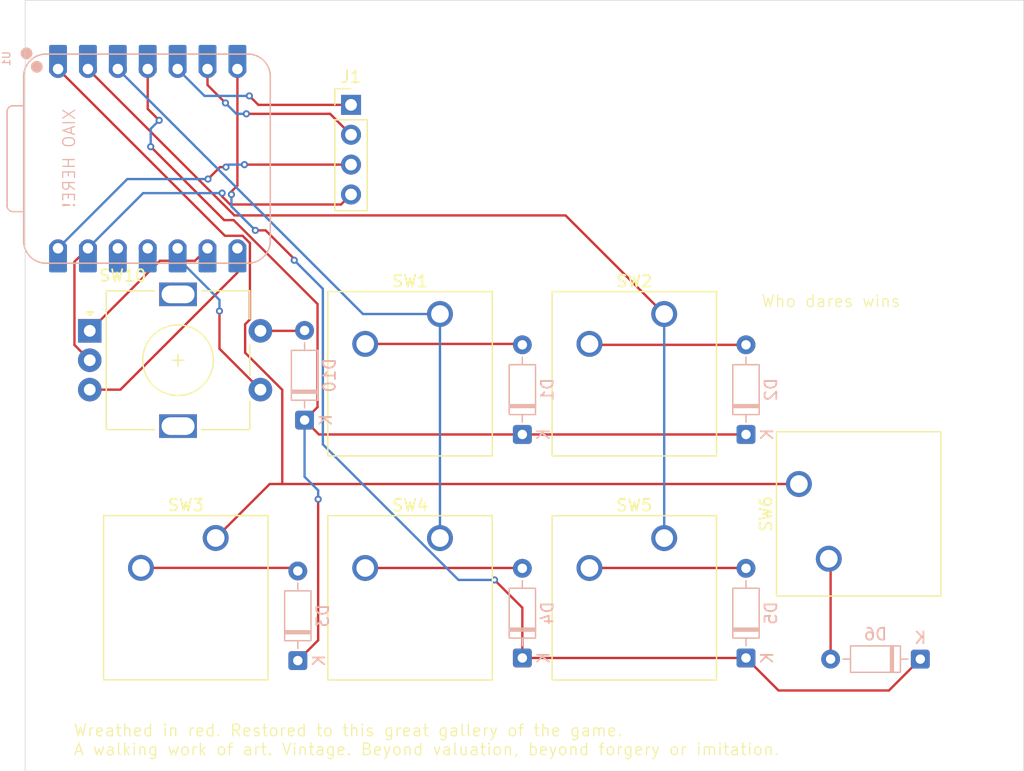
<source format=kicad_pcb>
(kicad_pcb (version 20241229) (generator "pcbnew") (generator_version "9.0")
  (layers (0 "F.Cu" signal) (2 "B.Cu" signal) (13 "F.Paste" user) (15 "B.Paste" user) (5 "F.SilkS" user "F.Silkscreen") (7 "B.SilkS" user "B.Silkscreen") (1 "F.Mask" user) (3 "B.Mask" user) (25 "Edge.Cuts" user))
  (net 0 "")
  (net 1 "Net-(D1-A)")
  (net 2 "row 0")
  (net 3 "Net-(D2-A)")
  (net 4 "Net-(D3-A)")
  (net 5 "Net-(D4-A)")
  (net 6 "row 1")
  (net 7 "Net-(D5-A)")
  (net 8 "Net-(D6-A)")
  (net 9 "S2")
  (net 10 "sda")
  (net 11 "scl")
  (net 12 "VCC")
  (net 13 "GND")
  (net 14 "col 0")
  (net 15 "col 1")
  (net 16 "col 2")
  (net 17 "S1")
  (net 19 "RE A")
  (net 21 "RE B")
  (net 22 "row 2")
  (footprint "Rotary_Encoder:RotaryEncoder_Alps_EC11E-Switch_Vertical_H20mm" (layer "F.Cu") (at 53.75 53.5)
    (property "Reference" "SW10" (at 2.8 -4.7 0) (layer "F.SilkS"))
    (property "Value" "RotaryEncoder_Switch_MP")
    (fp_line (start -0.3 -1.6) (end 0.3 -1.6) (stroke (width 0.12)) (layer "F.SilkS"))
    (fp_line (start 0 -1.3) (end -0.3 -1.6) (stroke (width 0.12)) (layer "F.SilkS"))
    (fp_line (start 0.3 -1.6) (end 0 -1.3) (stroke (width 0.12)) (layer "F.SilkS"))
    (fp_line (start 1.4 -3.4) (end 1.4 8.4) (stroke (width 0.12)) (layer "F.SilkS"))
    (fp_line (start 5.5 -3.4) (end 1.4 -3.4) (stroke (width 0.12)) (layer "F.SilkS"))
    (fp_line (start 5.5 8.4) (end 1.4 8.4) (stroke (width 0.12)) (layer "F.SilkS"))
    (fp_line (start 7 2.5) (end 8 2.5) (stroke (width 0.12)) (layer "F.SilkS"))
    (fp_line (start 7.5 2) (end 7.5 3) (stroke (width 0.12)) (layer "F.SilkS"))
    (fp_line (start 9.5 -3.4) (end 13.6 -3.4) (stroke (width 0.12)) (layer "F.SilkS"))
    (fp_line (start 13.6 -3.4) (end 13.6 -1) (stroke (width 0.12)) (layer "F.SilkS"))
    (fp_line (start 13.6 1.2) (end 13.6 3.8) (stroke (width 0.12)) (layer "F.SilkS"))
    (fp_line (start 13.6 6) (end 13.6 8.4) (stroke (width 0.12)) (layer "F.SilkS"))
    (fp_line (start 13.6 8.4) (end 9.5 8.4) (stroke (width 0.12)) (layer "F.SilkS"))
    (fp_circle (center 7.5 2.5) (end 10.5 2.5) (stroke (width 0.12)) (fill no) (layer "F.SilkS"))
    (pad "A" thru_hole rect (at 0 0) (size 2 2) (drill 1) (layers "*.Cu" "*.Mask") (net 19 "RE A"))
    (pad "B" thru_hole circle (at 0 5) (size 2 2) (drill 1) (layers "*.Cu" "*.Mask") (net 21 "RE B"))
    (pad "C" thru_hole circle (at 0 2.5) (size 2 2) (drill 1) (layers "*.Cu" "*.Mask") (net 13 "GND"))
    (pad "MP" thru_hole rect (at 7.5 -3.1) (size 3.2 2) (drill oval 2.8 1.5) (layers "*.Cu" "*.Mask"))
    (pad "MP" thru_hole rect (at 7.5 8.1) (size 3.2 2) (drill oval 2.8 1.5) (layers "*.Cu" "*.Mask"))
    (pad "S1" thru_hole circle (at 14.5 5) (size 2 2) (drill 1) (layers "*.Cu" "*.Mask") (net 17 "S1"))
    (pad "S2" thru_hole circle (at 14.5 0) (size 2 2) (drill 1) (layers "*.Cu" "*.Mask") (net 9 "S2"))
  )
  (footprint "Button_Switch_Keyboard:SW_Cherry_MX_1.00u_PCB" (layer "F.Cu") (at 102.5525 71.12)
    (property "Reference" "SW5" (at -2.54 -2.794 0) (layer "F.SilkS"))
    (property "Value" "SW_Push_45deg")
    (fp_line (start -9.525 -1.905) (end 4.445 -1.905) (stroke (width 0.12)) (layer "F.SilkS"))
    (fp_line (start -9.525 12.065) (end -9.525 -1.905) (stroke (width 0.12)) (layer "F.SilkS"))
    (fp_line (start 4.445 -1.905) (end 4.445 12.065) (stroke (width 0.12)) (layer "F.SilkS"))
    (fp_line (start 4.445 12.065) (end -9.525 12.065) (stroke (width 0.12)) (layer "F.SilkS"))
    (pad "" np_thru_hole circle (at -7.62 5.08) (size 1.7 1.7) (drill 1.7) (layers "*.Cu" "*.Mask"))
    (pad "" np_thru_hole circle (at -2.54 5.08) (size 4 4) (drill 4) (layers "*.Cu" "*.Mask"))
    (pad "" np_thru_hole circle (at 2.54 5.08) (size 1.7 1.7) (drill 1.7) (layers "*.Cu" "*.Mask"))
    (pad "1" thru_hole circle (at 0 0) (size 2.2 2.2) (drill 1.5) (layers "*.Cu" "*.Mask") (net 15 "col 1"))
    (pad "2" thru_hole circle (at -6.35 2.54) (size 2.2 2.2) (drill 1.5) (layers "*.Cu" "*.Mask") (net 7 "Net-(D5-A)"))
  )
  (footprint "Button_Switch_Keyboard:SW_Cherry_MX_1.75u_PCB" (layer "F.Cu") (at 113.9952 66.5226 90)
    (property "Reference" "SW6" (at -2.54 -2.794 90) (layer "F.SilkS"))
    (property "Value" "SW_Push_45deg")
    (fp_line (start 4.445 -1.905) (end 4.445 12.065) (stroke (width 0.12)) (layer "F.SilkS"))
    (fp_line (start -9.525 -1.905) (end 4.445 -1.905) (stroke (width 0.12)) (layer "F.SilkS"))
    (fp_line (start 4.445 12.065) (end -9.525 12.065) (stroke (width 0.12)) (layer "F.SilkS"))
    (fp_line (start -9.525 12.065) (end -9.525 -1.905) (stroke (width 0.12)) (layer "F.SilkS"))
    (pad "" np_thru_hole circle (at -7.62 5.08 90) (size 1.7 1.7) (drill 1.7) (layers "*.Cu" "*.Mask"))
    (pad "" np_thru_hole circle (at -2.54 5.08 90) (size 4 4) (drill 4) (layers "*.Cu" "*.Mask"))
    (pad "" np_thru_hole circle (at 2.54 5.08 90) (size 1.7 1.7) (drill 1.7) (layers "*.Cu" "*.Mask"))
    (pad "1" thru_hole circle (at 0 0 90) (size 2.2 2.2) (drill 1.5) (layers "*.Cu" "*.Mask") (net 16 "col 2"))
    (pad "2" thru_hole circle (at -6.35 2.54 90) (size 2.2 2.2) (drill 1.5) (layers "*.Cu" "*.Mask") (net 8 "Net-(D6-A)"))
  )
  (footprint "Button_Switch_Keyboard:SW_Cherry_MX_1.00u_PCB" (layer "F.Cu") (at 64.45 71.11)
    (property "Reference" "SW3" (at -2.54 -2.794 0) (layer "F.SilkS"))
    (property "Value" "SW_Push_45deg")
    (fp_line (start -9.525 -1.905) (end 4.445 -1.905) (stroke (width 0.12)) (layer "F.SilkS"))
    (fp_line (start -9.525 12.065) (end -9.525 -1.905) (stroke (width 0.12)) (layer "F.SilkS"))
    (fp_line (start 4.445 -1.905) (end 4.445 12.065) (stroke (width 0.12)) (layer "F.SilkS"))
    (fp_line (start 4.445 12.065) (end -9.525 12.065) (stroke (width 0.12)) (layer "F.SilkS"))
    (pad "" np_thru_hole circle (at -7.62 5.08) (size 1.7 1.7) (drill 1.7) (layers "*.Cu" "*.Mask"))
    (pad "" np_thru_hole circle (at -2.54 5.08) (size 4 4) (drill 4) (layers "*.Cu" "*.Mask"))
    (pad "" np_thru_hole circle (at 2.54 5.08) (size 1.7 1.7) (drill 1.7) (layers "*.Cu" "*.Mask"))
    (pad "1" thru_hole circle (at 0 0) (size 2.2 2.2) (drill 1.5) (layers "*.Cu" "*.Mask") (net 16 "col 2"))
    (pad "2" thru_hole circle (at -6.35 2.54) (size 2.2 2.2) (drill 1.5) (layers "*.Cu" "*.Mask") (net 4 "Net-(D3-A)"))
  )
  (footprint "Button_Switch_Keyboard:SW_Cherry_MX_1.00u_PCB" (layer "F.Cu") (at 83.5025 71.12)
    (property "Reference" "SW4" (at -2.54 -2.794 0) (layer "F.SilkS"))
    (property "Value" "SW_Push_45deg")
    (fp_line (start -9.525 -1.905) (end 4.445 -1.905) (stroke (width 0.12)) (layer "F.SilkS"))
    (fp_line (start -9.525 12.065) (end -9.525 -1.905) (stroke (width 0.12)) (layer "F.SilkS"))
    (fp_line (start 4.445 -1.905) (end 4.445 12.065) (stroke (width 0.12)) (layer "F.SilkS"))
    (fp_line (start 4.445 12.065) (end -9.525 12.065) (stroke (width 0.12)) (layer "F.SilkS"))
    (pad "" np_thru_hole circle (at -7.62 5.08) (size 1.7 1.7) (drill 1.7) (layers "*.Cu" "*.Mask"))
    (pad "" np_thru_hole circle (at -2.54 5.08) (size 4 4) (drill 4) (layers "*.Cu" "*.Mask"))
    (pad "" np_thru_hole circle (at 2.54 5.08) (size 1.7 1.7) (drill 1.7) (layers "*.Cu" "*.Mask"))
    (pad "1" thru_hole circle (at 0 0) (size 2.2 2.2) (drill 1.5) (layers "*.Cu" "*.Mask") (net 14 "col 0"))
    (pad "2" thru_hole circle (at -6.35 2.54) (size 2.2 2.2) (drill 1.5) (layers "*.Cu" "*.Mask") (net 5 "Net-(D4-A)"))
  )
  (footprint "Button_Switch_Keyboard:SW_Cherry_MX_1.00u_PCB" (layer "F.Cu") (at 102.5525 52.07)
    (property "Reference" "SW2" (at -2.54 -2.794 0) (layer "F.SilkS"))
    (property "Value" "SW_Push_45deg")
    (fp_line (start -9.525 -1.905) (end 4.445 -1.905) (stroke (width 0.12)) (layer "F.SilkS"))
    (fp_line (start -9.525 12.065) (end -9.525 -1.905) (stroke (width 0.12)) (layer "F.SilkS"))
    (fp_line (start 4.445 -1.905) (end 4.445 12.065) (stroke (width 0.12)) (layer "F.SilkS"))
    (fp_line (start 4.445 12.065) (end -9.525 12.065) (stroke (width 0.12)) (layer "F.SilkS"))
    (pad "" np_thru_hole circle (at -7.62 5.08) (size 1.7 1.7) (drill 1.7) (layers "*.Cu" "*.Mask"))
    (pad "" np_thru_hole circle (at -2.54 5.08) (size 4 4) (drill 4) (layers "*.Cu" "*.Mask"))
    (pad "" np_thru_hole circle (at 2.54 5.08) (size 1.7 1.7) (drill 1.7) (layers "*.Cu" "*.Mask"))
    (pad "1" thru_hole circle (at 0 0) (size 2.2 2.2) (drill 1.5) (layers "*.Cu" "*.Mask") (net 15 "col 1"))
    (pad "2" thru_hole circle (at -6.35 2.54) (size 2.2 2.2) (drill 1.5) (layers "*.Cu" "*.Mask") (net 3 "Net-(D2-A)"))
  )
  (footprint "Button_Switch_Keyboard:SW_Cherry_MX_1.00u_PCB" (layer "F.Cu") (at 83.5025 52.07)
    (property "Reference" "SW1" (at -2.54 -2.794 0) (layer "F.SilkS"))
    (property "Value" "SW_Push_45deg")
    (fp_line (start -9.525 -1.905) (end 4.445 -1.905) (stroke (width 0.12)) (layer "F.SilkS"))
    (fp_line (start -9.525 12.065) (end -9.525 -1.905) (stroke (width 0.12)) (layer "F.SilkS"))
    (fp_line (start 4.445 -1.905) (end 4.445 12.065) (stroke (width 0.12)) (layer "F.SilkS"))
    (fp_line (start 4.445 12.065) (end -9.525 12.065) (stroke (width 0.12)) (layer "F.SilkS"))
    (pad "" np_thru_hole circle (at -7.62 5.08) (size 1.7 1.7) (drill 1.7) (layers "*.Cu" "*.Mask"))
    (pad "" np_thru_hole circle (at -2.54 5.08) (size 4 4) (drill 4) (layers "*.Cu" "*.Mask"))
    (pad "" np_thru_hole circle (at 2.54 5.08) (size 1.7 1.7) (drill 1.7) (layers "*.Cu" "*.Mask"))
    (pad "1" thru_hole circle (at 0 0) (size 2.2 2.2) (drill 1.5) (layers "*.Cu" "*.Mask") (net 14 "col 0"))
    (pad "2" thru_hole circle (at -6.35 2.54) (size 2.2 2.2) (drill 1.5) (layers "*.Cu" "*.Mask") (net 1 "Net-(D1-A)"))
  )
  (footprint "Connector_PinHeader_2.54mm:PinHeader_1x04_P2.54mm_Vertical" (layer "F.Cu") (at 75.946 34.29)
    (property "Reference" "J1" (at 0 -2.38 0) (layer "F.SilkS"))
    (property "Value" "Conn_01x04_Pin")
    (fp_line (start -1.38 -1.38) (end 0 -1.38) (stroke (width 0.12)) (layer "F.SilkS"))
    (fp_line (start -1.38 0) (end -1.38 -1.38) (stroke (width 0.12)) (layer "F.SilkS"))
    (fp_line (start -1.38 1.27) (end -1.38 9) (stroke (width 0.12)) (layer "F.SilkS"))
    (fp_line (start -1.38 1.27) (end 1.38 1.27) (stroke (width 0.12)) (layer "F.SilkS"))
    (fp_line (start -1.38 9) (end 1.38 9) (stroke (width 0.12)) (layer "F.SilkS"))
    (fp_line (start 1.38 1.27) (end 1.38 9) (stroke (width 0.12)) (layer "F.SilkS"))
    (pad "1" thru_hole rect (at 0 0) (size 1.7 1.7) (drill 1) (layers "*.Cu" "*.Mask") (net 10 "sda"))
    (pad "2" thru_hole circle (at 0 2.54) (size 1.7 1.7) (drill 1) (layers "*.Cu" "*.Mask") (net 11 "scl"))
    (pad "3" thru_hole circle (at 0 5.08) (size 1.7 1.7) (drill 1) (layers "*.Cu" "*.Mask") (net 12 "VCC"))
    (pad "4" thru_hole circle (at 0 7.62) (size 1.7 1.7) (drill 1) (layers "*.Cu" "*.Mask") (net 13 "GND"))
  )
  (footprint "Diode_THT:D_DO-35_SOD27_P7.62mm_Horizontal" (layer "B.Cu") (at 72 61.087 90)
    (property "Reference" "D10" (at 3.81 2.12 90) (layer "B.SilkS") (effects (justify mirror)))
    (property "Value" "1N4148")
    (fp_line (start 6.58 0) (end 5.93 0) (stroke (width 0.12)) (layer "B.SilkS"))
    (fp_line (start 1.04 0) (end 1.69 0) (stroke (width 0.12)) (layer "B.SilkS"))
    (fp_line (start 2.53 1.12) (end 2.53 -1.12) (stroke (width 0.12)) (layer "B.SilkS"))
    (fp_line (start 2.41 1.12) (end 2.41 -1.12) (stroke (width 0.12)) (layer "B.SilkS"))
    (fp_line (start 2.29 1.12) (end 2.29 -1.12) (stroke (width 0.12)) (layer "B.SilkS"))
    (fp_rect (start 1.69 1.12) (end 5.93 -1.12) (stroke (width 0.12)) (fill no) (layer "B.SilkS"))
    (fp_text user "K" (at 0 1.8 90) (layer "B.SilkS") (effects (justify mirror)))
    (pad "1" thru_hole roundrect (at 0 0 90) (size 1.6 1.6) (drill 0.8) (layers "*.Cu" "*.Mask") (roundrect_rratio 0.15625) (net 2 "row 0"))
    (pad "2" thru_hole circle (at 7.62 0 90) (size 1.6 1.6) (drill 0.8) (layers "*.Cu" "*.Mask") (net 9 "S2"))
  )
  (footprint "Diode_THT:D_DO-35_SOD27_P7.62mm_Horizontal" (layer "B.Cu") (at 109.5 81.31 90)
    (property "Reference" "D5" (at 3.81 2.12 90) (layer "B.SilkS") (effects (justify mirror)))
    (property "Value" "1N4148")
    (fp_line (start 6.58 0) (end 5.93 0) (stroke (width 0.12)) (layer "B.SilkS"))
    (fp_line (start 1.04 0) (end 1.69 0) (stroke (width 0.12)) (layer "B.SilkS"))
    (fp_line (start 2.53 1.12) (end 2.53 -1.12) (stroke (width 0.12)) (layer "B.SilkS"))
    (fp_line (start 2.41 1.12) (end 2.41 -1.12) (stroke (width 0.12)) (layer "B.SilkS"))
    (fp_line (start 2.29 1.12) (end 2.29 -1.12) (stroke (width 0.12)) (layer "B.SilkS"))
    (fp_rect (start 1.69 1.12) (end 5.93 -1.12) (stroke (width 0.12)) (fill no) (layer "B.SilkS"))
    (fp_text user "K" (at 0 1.8 90) (layer "B.SilkS") (effects (justify mirror)))
    (pad "1" thru_hole roundrect (at 0 0 90) (size 1.6 1.6) (drill 0.8) (layers "*.Cu" "*.Mask") (roundrect_rratio 0.15625) (net 6 "row 1"))
    (pad "2" thru_hole circle (at 7.62 0 90) (size 1.6 1.6) (drill 0.8) (layers "*.Cu" "*.Mask") (net 7 "Net-(D5-A)"))
  )
  (footprint "Diode_THT:D_DO-35_SOD27_P7.62mm_Horizontal" (layer "B.Cu") (at 109.5 62.31 90)
    (property "Reference" "D2" (at 3.81 2.12 90) (layer "B.SilkS") (effects (justify mirror)))
    (property "Value" "1N4148")
    (fp_line (start 6.58 0) (end 5.93 0) (stroke (width 0.12)) (layer "B.SilkS"))
    (fp_line (start 1.04 0) (end 1.69 0) (stroke (width 0.12)) (layer "B.SilkS"))
    (fp_line (start 2.53 1.12) (end 2.53 -1.12) (stroke (width 0.12)) (layer "B.SilkS"))
    (fp_line (start 2.41 1.12) (end 2.41 -1.12) (stroke (width 0.12)) (layer "B.SilkS"))
    (fp_line (start 2.29 1.12) (end 2.29 -1.12) (stroke (width 0.12)) (layer "B.SilkS"))
    (fp_rect (start 1.69 1.12) (end 5.93 -1.12) (stroke (width 0.12)) (fill no) (layer "B.SilkS"))
    (fp_text user "K" (at 0 1.8 90) (layer "B.SilkS") (effects (justify mirror)))
    (pad "1" thru_hole roundrect (at 0 0 90) (size 1.6 1.6) (drill 0.8) (layers "*.Cu" "*.Mask") (roundrect_rratio 0.15625) (net 2 "row 0"))
    (pad "2" thru_hole circle (at 7.62 0 90) (size 1.6 1.6) (drill 0.8) (layers "*.Cu" "*.Mask") (net 3 "Net-(D2-A)"))
  )
  (footprint "Diode_THT:D_DO-35_SOD27_P7.62mm_Horizontal" (layer "B.Cu") (at 124.31 81.407 180)
    (property "Reference" "D6" (at 3.81 2.12 0) (layer "B.SilkS") (effects (justify mirror)))
    (property "Value" "1N4148")
    (fp_line (start 6.58 0) (end 5.93 0) (stroke (width 0.12)) (layer "B.SilkS"))
    (fp_line (start 2.53 1.12) (end 2.53 -1.12) (stroke (width 0.12)) (layer "B.SilkS"))
    (fp_line (start 2.41 1.12) (end 2.41 -1.12) (stroke (width 0.12)) (layer "B.SilkS"))
    (fp_line (start 2.29 1.12) (end 2.29 -1.12) (stroke (width 0.12)) (layer "B.SilkS"))
    (fp_line (start 1.04 0) (end 1.69 0) (stroke (width 0.12)) (layer "B.SilkS"))
    (fp_rect (start 1.69 1.12) (end 5.93 -1.12) (stroke (width 0.12)) (fill no) (layer "B.SilkS"))
    (fp_text user "K" (at 0 1.8 0) (layer "B.SilkS") (effects (justify mirror)))
    (pad "1" thru_hole roundrect (at 0 0 180) (size 1.6 1.6) (drill 0.8) (layers "*.Cu" "*.Mask") (roundrect_rratio 0.15625) (net 6 "row 1"))
    (pad "2" thru_hole circle (at 7.62 0 180) (size 1.6 1.6) (drill 0.8) (layers "*.Cu" "*.Mask") (net 8 "Net-(D6-A)"))
  )
  (footprint "Seeed Studio XIAO Series Library:XIAO-RP2040-DIP" (layer "B.Cu") (at 58.674 38.862 -90)
    (property "Reference" "U1" (at -8.5 12 90) (layer "B.SilkS") (effects (font (size 0.635 0.635) (thickness 0.1016)) (justify mirror)))
    (property "Value" "XIAO-RP2040-DIP")
    (fp_line (start -3.991272 11.951) (end 4.004 11.951) (stroke (width 0.127)) (layer "B.SilkS"))
    (fp_line (start 4.504 11.451) (end 4.504 10.541) (stroke (width 0.127)) (layer "B.SilkS"))
    (fp_line (start -4.495 10.541) (end -4.491272 11.451272) (stroke (width 0.127)) (layer "B.SilkS"))
    (fp_line (start 6.985 10.541) (end -6.985 10.541) (stroke (width 0.1)) (layer "B.SilkS"))
    (fp_line (start 6.985 10.541) (end -6.985 10.541) (stroke (width 0.127)) (layer "B.SilkS"))
    (fp_line (start -8.89 -8.509) (end -8.89 8.636) (stroke (width 0.127)) (layer "B.SilkS"))
    (fp_line (start 8.89 -8.509) (end 8.89 8.636) (stroke (width 0.127)) (layer "B.SilkS"))
    (fp_line (start -6.985 -10.414) (end 6.985 -10.414) (stroke (width 0.127)) (layer "B.SilkS"))
    (fp_arc (start -3.991272 11.951) (mid -4.344724 11.804644) (end -4.491272 11.451272) (stroke (width 0.127)) (layer "B.SilkS"))
    (fp_arc (start 4.504 11.451) (mid 4.357553 11.804553) (end 4.004 11.951) (stroke (width 0.127)) (layer "B.SilkS"))
    (fp_arc (start -6.985 10.541) (mid -8.332038 9.983038) (end -8.89 8.636) (stroke (width 0.127)) (layer "B.SilkS"))
    (fp_arc (start 8.89 8.636) (mid 8.332038 9.983038) (end 6.985 10.541) (stroke (width 0.127)) (layer "B.SilkS"))
    (fp_arc (start -8.89 -8.509) (mid -8.332038 -9.856038) (end -6.985 -10.414) (stroke (width 0.127)) (layer "B.SilkS"))
    (fp_arc (start 6.985 -10.414) (mid 8.332038 -9.856038) (end 8.89 -8.509) (stroke (width 0.127)) (layer "B.SilkS"))
    (fp_circle (center -8.95 10.3) (end -8.95 10.554) (stroke (width 0.5)) (fill yes) (layer "B.SilkS"))
    (fp_circle (center -7.807 9.42) (end -7.807 9.674) (stroke (width 0.5)) (fill yes) (layer "B.SilkS"))
    (pad "1" smd roundrect (at -8.455 7.62 90) (size 2.432 1.524) (layers "B.Cu" "B.Mask") (roundrect_rratio 0.1) (net 16 "col 2"))
    (pad "1" thru_hole circle (at -7.62 7.62 90) (size 1.524 1.524) (drill 0.889) (layers "*.Cu" "*.Mask") (net 16 "col 2"))
    (pad "2" smd roundrect (at -8.455 5.08 90) (size 2.432 1.524) (layers "B.Cu" "B.Mask") (roundrect_rratio 0.1) (net 15 "col 1"))
    (pad "2" thru_hole circle (at -7.62 5.08 90) (size 1.524 1.524) (drill 0.889) (layers "*.Cu" "*.Mask") (net 15 "col 1"))
    (pad "3" smd roundrect (at -8.455 2.54 90) (size 2.432 1.524) (layers "B.Cu" "B.Mask") (roundrect_rratio 0.1) (net 14 "col 0"))
    (pad "3" thru_hole circle (at -7.62 2.54 90) (size 1.524 1.524) (drill 0.889) (layers "*.Cu" "*.Mask") (net 14 "col 0"))
    (pad "4" smd roundrect (at -8.455 0 90) (size 2.432 1.524) (layers "B.Cu" "B.Mask") (roundrect_rratio 0.1) (net 2 "row 0"))
    (pad "4" thru_hole circle (at -7.62 0 90) (size 1.524 1.524) (drill 0.889) (layers "*.Cu" "*.Mask") (net 2 "row 0"))
    (pad "5" smd roundrect (at -8.455 -2.54 90) (size 2.432 1.524) (layers "B.Cu" "B.Mask") (roundrect_rratio 0.1) (net 10 "sda"))
    (pad "5" thru_hole circle (at -7.62 -2.54 90) (size 1.524 1.524) (drill 0.889) (layers "*.Cu" "*.Mask") (net 10 "sda"))
    (pad "6" smd roundrect (at -8.455 -5.08 90) (size 2.432 1.524) (layers "B.Cu" "B.Mask") (roundrect_rratio 0.1) (net 11 "scl"))
    (pad "6" thru_hole circle (at -7.62 -5.08 90) (size 1.524 1.524) (drill 0.889) (layers "*.Cu" "*.Mask") (net 11 "scl"))
    (pad "7" smd roundrect (at -8.455 -7.62 90) (size 2.432 1.524) (layers "B.Cu" "B.Mask") (roundrect_rratio 0.1) (net 6 "row 1"))
    (pad "7" thru_hole circle (at -7.62 -7.62 90) (size 1.524 1.524) (drill 0.889) (layers "*.Cu" "*.Mask") (net 6 "row 1"))
    (pad "8" thru_hole circle (at 7.62 -7.62 270) (size 1.524 1.524) (drill 0.889) (layers "*.Cu" "*.Mask") (net 21 "RE B"))
    (pad "8" smd roundrect (at 8.455 -7.62 270) (size 2.432 1.524) (layers "B.Cu" "B.Mask") (roundrect_rratio 0.1) (net 21 "RE B"))
    (pad "9" thru_hole circle (at 7.62 -5.08 270) (size 1.524 1.524) (drill 0.889) (layers "*.Cu" "*.Mask") (net 19 "RE A"))
    (pad "9" smd roundrect (at 8.455 -5.08 270) (size 2.432 1.524) (layers "B.Cu" "B.Mask") (roundrect_rratio 0.1) (net 19 "RE A"))
    (pad "10" thru_hole circle (at 7.62 -2.54 270) (size 1.524 1.524) (drill 0.889) (layers "*.Cu" "*.Mask") (net 17 "S1"))
    (pad "10" smd roundrect (at 8.455 -2.54 270) (size 2.432 1.524) (layers "B.Cu" "B.Mask") (roundrect_rratio 0.1) (net 17 "S1"))
    (pad "11" thru_hole circle (at 7.62 0 270) (size 1.524 1.524) (drill 0.889) (layers "*.Cu" "*.Mask") (net 22 "row 2"))
    (pad "11" smd roundrect (at 8.455 0 270) (size 2.432 1.524) (layers "B.Cu" "B.Mask") (roundrect_rratio 0.1) (net 22 "row 2"))
    (pad "12" thru_hole circle (at 7.62 2.54 270) (size 1.524 1.524) (drill 0.889) (layers "*.Cu" "*.Mask"))
    (pad "12" smd roundrect (at 8.455 2.54 270) (size 2.432 1.524) (layers "B.Cu" "B.Mask") (roundrect_rratio 0.1))
    (pad "13" thru_hole circle (at 7.62 5.08 270) (size 1.524 1.524) (drill 0.889) (layers "*.Cu" "*.Mask") (net 13 "GND"))
    (pad "13" smd roundrect (at 8.455 5.08 270) (size 2.432 1.524) (layers "B.Cu" "B.Mask") (roundrect_rratio 0.1) (net 13 "GND"))
    (pad "14" thru_hole circle (at 7.62 7.62 270) (size 1.524 1.524) (drill 0.889) (layers "*.Cu" "*.Mask") (net 12 "VCC"))
    (pad "14" smd roundrect (at 8.455 7.62 270) (size 2.432 1.524) (layers "B.Cu" "B.Mask") (roundrect_rratio 0.1) (net 12 "VCC"))
  )
  (footprint "Diode_THT:D_DO-35_SOD27_P7.62mm_Horizontal" (layer "B.Cu") (at 90.5 62.31 90)
    (property "Reference" "D1" (at 3.81 2.12 90) (layer "B.SilkS") (effects (justify mirror)))
    (property "Value" "1N4148")
    (fp_line (start 6.58 0) (end 5.93 0) (stroke (width 0.12)) (layer "B.SilkS"))
    (fp_line (start 1.04 0) (end 1.69 0) (stroke (width 0.12)) (layer "B.SilkS"))
    (fp_line (start 2.53 1.12) (end 2.53 -1.12) (stroke (width 0.12)) (layer "B.SilkS"))
    (fp_line (start 2.41 1.12) (end 2.41 -1.12) (stroke (width 0.12)) (layer "B.SilkS"))
    (fp_line (start 2.29 1.12) (end 2.29 -1.12) (stroke (width 0.12)) (layer "B.SilkS"))
    (fp_rect (start 1.69 1.12) (end 5.93 -1.12) (stroke (width 0.12)) (fill no) (layer "B.SilkS"))
    (fp_text user "K" (at 0 1.8 90) (layer "B.SilkS") (effects (justify mirror)))
    (pad "1" thru_hole roundrect (at 0 0 90) (size 1.6 1.6) (drill 0.8) (layers "*.Cu" "*.Mask") (roundrect_rratio 0.15625) (net 2 "row 0"))
    (pad "2" thru_hole circle (at 7.62 0 90) (size 1.6 1.6) (drill 0.8) (layers "*.Cu" "*.Mask") (net 1 "Net-(D1-A)"))
  )
  (footprint "Diode_THT:D_DO-35_SOD27_P7.62mm_Horizontal" (layer "B.Cu") (at 90.5 81.31 90)
    (property "Reference" "D4" (at 3.81 2.12 90) (layer "B.SilkS") (effects (justify mirror)))
    (property "Value" "1N4148")
    (fp_line (start 6.58 0) (end 5.93 0) (stroke (width 0.12)) (layer "B.SilkS"))
    (fp_line (start 1.04 0) (end 1.69 0) (stroke (width 0.12)) (layer "B.SilkS"))
    (fp_line (start 2.53 1.12) (end 2.53 -1.12) (stroke (width 0.12)) (layer "B.SilkS"))
    (fp_line (start 2.41 1.12) (end 2.41 -1.12) (stroke (width 0.12)) (layer "B.SilkS"))
    (fp_line (start 2.29 1.12) (end 2.29 -1.12) (stroke (width 0.12)) (layer "B.SilkS"))
    (fp_rect (start 1.69 1.12) (end 5.93 -1.12) (stroke (width 0.12)) (fill no) (layer "B.SilkS"))
    (fp_text user "K" (at 0 1.8 90) (layer "B.SilkS") (effects (justify mirror)))
    (pad "1" thru_hole roundrect (at 0 0 90) (size 1.6 1.6) (drill 0.8) (layers "*.Cu" "*.Mask") (roundrect_rratio 0.15625) (net 6 "row 1"))
    (pad "2" thru_hole circle (at 7.62 0 90) (size 1.6 1.6) (drill 0.8) (layers "*.Cu" "*.Mask") (net 5 "Net-(D4-A)"))
  )
  (footprint "Diode_THT:D_DO-35_SOD27_P7.62mm_Horizontal" (layer "B.Cu") (at 71.4248 81.534 90)
    (property "Reference" "D3" (at 3.81 2.12 90) (layer "B.SilkS") (effects (justify mirror)))
    (property "Value" "1N4148")
    (fp_line (start 6.58 0) (end 5.93 0) (stroke (width 0.12)) (layer "B.SilkS"))
    (fp_line (start 1.04 0) (end 1.69 0) (stroke (width 0.12)) (layer "B.SilkS"))
    (fp_line (start 2.53 1.12) (end 2.53 -1.12) (stroke (width 0.12)) (layer "B.SilkS"))
    (fp_line (start 2.41 1.12) (end 2.41 -1.12) (stroke (width 0.12)) (layer "B.SilkS"))
    (fp_line (start 2.29 1.12) (end 2.29 -1.12) (stroke (width 0.12)) (layer "B.SilkS"))
    (fp_rect (start 1.69 1.12) (end 5.93 -1.12) (stroke (width 0.12)) (fill no) (layer "B.SilkS"))
    (fp_text user "K" (at 0 1.8 90) (layer "B.SilkS") (effects (justify mirror)))
    (pad "1" thru_hole roundrect (at 0 0 90) (size 1.6 1.6) (drill 0.8) (layers "*.Cu" "*.Mask") (roundrect_rratio 0.15625) (net 2 "row 0"))
    (pad "2" thru_hole circle (at 7.62 0 90) (size 1.6 1.6) (drill 0.8) (layers "*.Cu" "*.Mask") (net 4 "Net-(D3-A)"))
  )
  (gr_rect (start 48.26 25.4) (end 133.096 90.932) (stroke (width 0.05)) (fill no) (layer "Edge.Cuts"))
  (gr_text "Who dares wins" (at 110.744 51.562 0) (layer "F.SilkS") (effects (font (size 1 1) (thickness 0.1)) (justify left bottom)))
  (gr_text "Wreathed in red. Restored to this great gallery of the game.\nA walking work of art. Vintage. Beyond valuation, beyond forgery or imitation." (at 52.324 89.662 0) (layer "F.SilkS") (effects (font (size 1 1) (thickness 0.1)) (justify left bottom)))
  (gr_text "XIAO HERE!" (at 52.578 34.544 90) (layer "B.SilkS") (effects (font (size 1 1) (thickness 0.1)) (justify left bottom mirror)))
  (segment (start 77.1525 54.61) (end 90.42 54.61) (width 0.2) (layer "F.Cu") (net 1))
  (segment (start 90.42 54.61) (end 90.5 54.69) (width 0.2) (layer "F.Cu") (net 1))
  (segment (start 71.4248 81.534) (end 73.152 79.8068) (width 0.2) (layer "F.Cu") (net 2))
  (segment (start 59.646735 35.603265) (end 58.674 34.63053) (width 0.2) (layer "F.Cu") (net 2))
  (segment (start 65.97141 44.089) (end 65.171 44.089) (width 0.2) (layer "F.Cu") (net 2))
  (segment (start 65.171 44.089) (end 58.928 37.846) (width 0.2) (layer "F.Cu") (net 2))
  (segment (start 73.101 59.986) (end 73.101 51.21859) (width 0.2) (layer "F.Cu") (net 2))
  (segment (start 90.5 62.31) (end 73.223 62.31) (width 0.2) (layer "F.Cu") (net 2))
  (segment (start 73.152 79.8068) (end 73.152 67.818) (width 0.2) (layer "F.Cu") (net 2))
  (segment (start 72 61.087) (end 73.101 59.986) (width 0.2) (layer "F.Cu") (net 2))
  (segment (start 90.5 62.31) (end 109.5 62.31) (width 0.2) (layer "F.Cu") (net 2))
  (segment (start 58.674 34.63053) (end 58.674 31.242) (width 0.2) (layer "F.Cu") (net 2))
  (segment (start 73.223 62.31) (end 72 61.087) (width 0.2) (layer "F.Cu") (net 2))
  (segment (start 73.101 51.21859) (end 65.97141 44.089) (width 0.2) (layer "F.Cu") (net 2))
  (via (at 59.646735 35.603265) (size 0.6) (drill 0.3) (layers "F.Cu" "B.Cu") (net 2))
  (via (at 73.152 67.818) (size 0.6) (drill 0.3) (layers "F.Cu" "B.Cu") (net 2))
  (via (at 58.928 37.846) (size 0.6) (drill 0.3) (layers "F.Cu" "B.Cu") (net 2))
  (segment (start 58.928 36.322) (end 59.646735 35.603265) (width 0.2) (layer "B.Cu") (net 2))
  (segment (start 58.928 37.846) (end 58.928 36.322) (width 0.2) (layer "B.Cu") (net 2))
  (segment (start 73.152 67.056) (end 72 65.904) (width 0.2) (layer "B.Cu") (net 2))
  (segment (start 72 65.904) (end 72 61.087) (width 0.2) (layer "B.Cu") (net 2))
  (segment (start 73.152 67.818) (end 73.152 67.056) (width 0.2) (layer "B.Cu") (net 2))
  (segment (start 109.5 54.69) (end 96.2825 54.69) (width 0.2) (layer "F.Cu") (net 3))
  (segment (start 96.2825 54.69) (end 96.2025 54.61) (width 0.2) (layer "F.Cu") (net 3))
  (segment (start 71.1608 73.65) (end 71.4248 73.914) (width 0.2) (layer "F.Cu") (net 4))
  (segment (start 58.1 73.65) (end 71.1608 73.65) (width 0.2) (layer "F.Cu") (net 4))
  (segment (start 77.1525 73.66) (end 90.47 73.66) (width 0.2) (layer "F.Cu") (net 5))
  (segment (start 90.47 73.66) (end 90.5 73.69) (width 0.2) (layer "F.Cu") (net 5))
  (segment (start 65.786 41.656) (end 66.294 41.148) (width 0.2) (layer "F.Cu") (net 6))
  (segment (start 65.786 41.91) (end 65.786 41.656) (width 0.2) (layer "F.Cu") (net 6))
  (segment (start 66.294 41.148) (end 66.294 31.242) (width 0.2) (layer "F.Cu") (net 6))
  (segment (start 112.264 84.074) (end 121.643 84.074) (width 0.2) (layer "F.Cu") (net 6))
  (segment (start 90.5 81.31) (end 109.5 81.31) (width 0.2) (layer "F.Cu") (net 6))
  (segment (start 90.5 77.038) (end 88.138 74.676) (width 0.2) (layer "F.Cu") (net 6))
  (segment (start 68.687 44.958) (end 67.818 44.958) (width 0.2) (layer "F.Cu") (net 6))
  (segment (start 71.12 47.391) (end 68.687 44.958) (width 0.2) (layer "F.Cu") (net 6))
  (segment (start 109.5 81.31) (end 112.264 84.074) (width 0.2) (layer "F.Cu") (net 6))
  (segment (start 121.643 84.074) (end 124.31 81.407) (width 0.2) (layer "F.Cu") (net 6))
  (segment (start 71.12 47.498) (end 71.12 47.391) (width 0.2) (layer "F.Cu") (net 6))
  (segment (start 90.5 81.31) (end 90.5 77.038) (width 0.2) (layer "F.Cu") (net 6))
  (via (at 65.786 41.91) (size 0.6) (drill 0.3) (layers "F.Cu" "B.Cu") (net 6))
  (via (at 71.12 47.498) (size 0.6) (drill 0.3) (layers "F.Cu" "B.Cu") (net 6))
  (via (at 88.138 74.676) (size 0.6) (drill 0.3) (layers "F.Cu" "B.Cu") (net 6))
  (via (at 67.818 44.958) (size 0.6) (drill 0.3) (layers "F.Cu" "B.Cu") (net 6))
  (segment (start 85.077186 74.676) (end 73.553 63.151814) (width 0.2) (layer "B.Cu") (net 6))
  (segment (start 88.138 74.676) (end 85.077186 74.676) (width 0.2) (layer "B.Cu") (net 6))
  (segment (start 67.818 44.958) (end 65.786 42.926) (width 0.2) (layer "B.Cu") (net 6))
  (segment (start 73.553 63.151814) (end 73.553 49.931) (width 0.2) (layer "B.Cu") (net 6))
  (segment (start 65.786 42.926) (end 65.786 41.91) (width 0.2) (layer "B.Cu") (net 6))
  (segment (start 73.553 49.931) (end 71.12 47.498) (width 0.2) (layer "B.Cu") (net 6))
  (segment (start 96.2025 73.66) (end 109.47 73.66) (width 0.2) (layer "F.Cu") (net 7))
  (segment (start 109.47 73.66) (end 109.5 73.69) (width 0.2) (layer "F.Cu") (net 7))
  (segment (start 116.69 81.407) (end 116.69 73.0274) (width 0.2) (layer "F.Cu") (net 8))
  (segment (start 116.69 73.0274) (end 116.5352 72.8726) (width 0.2) (layer "F.Cu") (net 8))
  (segment (start 71.967 53.5) (end 72 53.467) (width 0.2) (layer "F.Cu") (net 9))
  (segment (start 68.25 53.5) (end 71.967 53.5) (width 0.2) (layer "F.Cu") (net 9))
  (segment (start 68.072 34.29) (end 67.31 33.528) (width 0.2) (layer "F.Cu") (net 10))
  (segment (start 75.946 34.29) (end 68.072 34.29) (width 0.2) (layer "F.Cu") (net 10))
  (via (at 67.31 33.528) (size 0.6) (drill 0.3) (layers "F.Cu" "B.Cu") (net 10))
  (segment (start 67.31 33.528) (end 63.5 33.528) (width 0.2) (layer "B.Cu") (net 10))
  (segment (start 63.5 33.528) (end 61.214 31.242) (width 0.2) (layer "B.Cu") (net 10))
  (segment (start 74.168 35.052) (end 67.056 35.052) (width 0.2) (layer "F.Cu") (net 11))
  (segment (start 63.754 32.604) (end 63.754 31.242) (width 0.2) (layer "F.Cu") (net 11))
  (segment (start 75.946 36.83) (end 74.168 35.052) (width 0.2) (layer "F.Cu") (net 11))
  (segment (start 65.278 34.128) (end 63.754 32.604) (width 0.2) (layer "F.Cu") (net 11))
  (via (at 67.056 35.052) (size 0.6) (drill 0.3) (layers "F.Cu" "B.Cu") (net 11))
  (via (at 65.278 34.128) (size 0.6) (drill 0.3) (layers "F.Cu" "B.Cu") (net 11))
  (segment (start 66.202 35.052) (end 65.278 34.128) (width 0.2) (layer "B.Cu") (net 11))
  (segment (start 67.056 35.052) (end 66.202 35.052) (width 0.2) (layer "B.Cu") (net 11))
  (segment (start 75.946 39.37) (end 66.802 39.37) (width 0.2) (layer "F.Cu") (net 12))
  (segment (start 65.321265 39.580735) (end 64.813265 39.580735) (width 0.2) (layer "F.Cu") (net 12))
  (segment (start 66.802 39.37) (end 66.894 39.37) (width 0.2) (layer "F.Cu") (net 12))
  (segment (start 64.813265 39.580735) (end 63.797265 40.596735) (width 0.2) (layer "F.Cu") (net 12))
  (via (at 63.797265 40.596735) (size 0.6) (drill 0.3) (layers "F.Cu" "B.Cu") (net 12))
  (via (at 65.321265 39.580735) (size 0.6) (drill 0.3) (layers "F.Cu" "B.Cu") (net 12))
  (via (at 66.894 39.37) (size 0.6) (drill 0.3) (layers "F.Cu" "B.Cu") (net 12))
  (segment (start 65.532 39.37) (end 65.321265 39.580735) (width 0.2) (layer "B.Cu") (net 12))
  (segment (start 63.797265 40.596735) (end 56.939265 40.596735) (width 0.2) (layer "B.Cu") (net 12))
  (segment (start 56.939265 40.596735) (end 51.054 46.482) (width 0.2) (layer "B.Cu") (net 12))
  (segment (start 66.894 39.37) (end 65.532 39.37) (width 0.2) (layer "B.Cu") (net 12))
  (segment (start 52.449 47.627) (end 53.594 46.482) (width 0.2) (layer "F.Cu") (net 13))
  (segment (start 75.096 42.76) (end 65.6791 42.76) (width 0.2) (layer "F.Cu") (net 13))
  (segment (start 64.994464 42.075364) (end 64.994464 41.793934) (width 0.2) (layer "F.Cu") (net 13))
  (segment (start 65.6791 42.76) (end 64.994464 42.075364) (width 0.2) (layer "F.Cu") (net 13))
  (segment (start 53.75 56) (end 52.449 54.699) (width 0.2) (layer "F.Cu") (net 13))
  (segment (start 75.946 41.91) (end 75.096 42.76) (width 0.2) (layer "F.Cu") (net 13))
  (segment (start 52.449 54.699) (end 52.449 47.627) (width 0.2) (layer "F.Cu") (net 13))
  (via (at 64.994464 41.793934) (size 0.6) (drill 0.3) (layers "F.Cu" "B.Cu") (net 13))
  (segment (start 58.282066 41.793934) (end 53.594 46.482) (width 0.2) (layer "B.Cu") (net 13))
  (segment (start 64.994464 41.793934) (end 58.282066 41.793934) (width 0.2) (layer "B.Cu") (net 13))
  (segment (start 83.5025 52.07) (end 76.962 52.07) (width 0.2) (layer "B.Cu") (net 14))
  (segment (start 76.962 52.07) (end 56.134 31.242) (width 0.2) (layer "B.Cu") (net 14))
  (segment (start 83.5025 71.12) (end 83.5025 52.07) (width 0.2) (layer "B.Cu") (net 14))
  (segment (start 94.1705 43.688) (end 66.04 43.688) (width 0.2) (layer "F.Cu") (net 15))
  (segment (start 102.5525 52.07) (end 94.1705 43.688) (width 0.2) (layer "F.Cu") (net 15))
  (segment (start 66.04 43.688) (end 53.594 31.242) (width 0.2) (layer "F.Cu") (net 15))
  (segment (start 102.5525 52.07) (end 102.5525 71.12) (width 0.2) (layer "B.Cu") (net 15))
  (segment (start 51.054 31.242) (end 65.231 45.419) (width 0.2) (layer "F.Cu") (net 16))
  (segment (start 66.949 55.359108) (end 70.104 58.514108) (width 0.2) (layer "F.Cu") (net 16))
  (segment (start 70.104 66.5226) (end 69.0374 66.5226) (width 0.2) (layer "F.Cu") (net 16))
  (segment (start 67.357 46.04169) (end 67.357 52.531) (width 0.2) (layer "F.Cu") (net 16))
  (segment (start 65.231 45.419) (end 66.73431 45.419) (width 0.2) (layer "F.Cu") (net 16))
  (segment (start 70.104 58.514108) (end 70.104 66.5226) (width 0.2) (layer "F.Cu") (net 16))
  (segment (start 113.9952 66.5226) (end 70.104 66.5226) (width 0.2) (layer "F.Cu") (net 16))
  (segment (start 66.949 52.939) (end 66.949 55.359108) (width 0.2) (layer "F.Cu") (net 16))
  (segment (start 66.73431 45.419) (end 67.357 46.04169) (width 0.2) (layer "F.Cu") (net 16))
  (segment (start 69.0374 66.5226) (end 64.45 71.11) (width 0.2) (layer "F.Cu") (net 16))
  (segment (start 67.357 52.531) (end 66.949 52.939) (width 0.2) (layer "F.Cu") (net 16))
  (segment (start 64.77 55.02) (end 64.77 51.816) (width 0.2) (layer "F.Cu") (net 17))
  (segment (start 68.25 58.5) (end 64.77 55.02) (width 0.2) (layer "F.Cu") (net 17))
  (via (at 64.77 51.816) (size 0.6) (drill 0.3) (layers "F.Cu" "B.Cu") (net 17))
  (segment (start 64.77 51.816) (end 64.77 50.873) (width 0.2) (layer "B.Cu") (net 17))
  (segment (start 64.77 50.873) (end 61.214 47.317) (width 0.2) (layer "B.Cu") (net 17))
  (segment (start 62.691 47.545) (end 63.754 46.482) (width 0.2) (layer "F.Cu") (net 19))
  (segment (start 59.705 47.545) (end 62.691 47.545) (width 0.2) (layer "F.Cu") (net 19))
  (segment (start 53.75 53.5) (end 59.705 47.545) (width 0.2) (layer "F.Cu") (net 19))
  (segment (start 66.294 48.558) (end 66.294 46.482) (width 0.2) (layer "F.Cu") (net 21))
  (segment (start 56.352 58.5) (end 66.294 48.558) (width 0.2) (layer "F.Cu") (net 21))
  (segment (start 53.75 58.5) (end 56.352 58.5) (width 0.2) (layer "F.Cu") (net 21))
)
</source>
